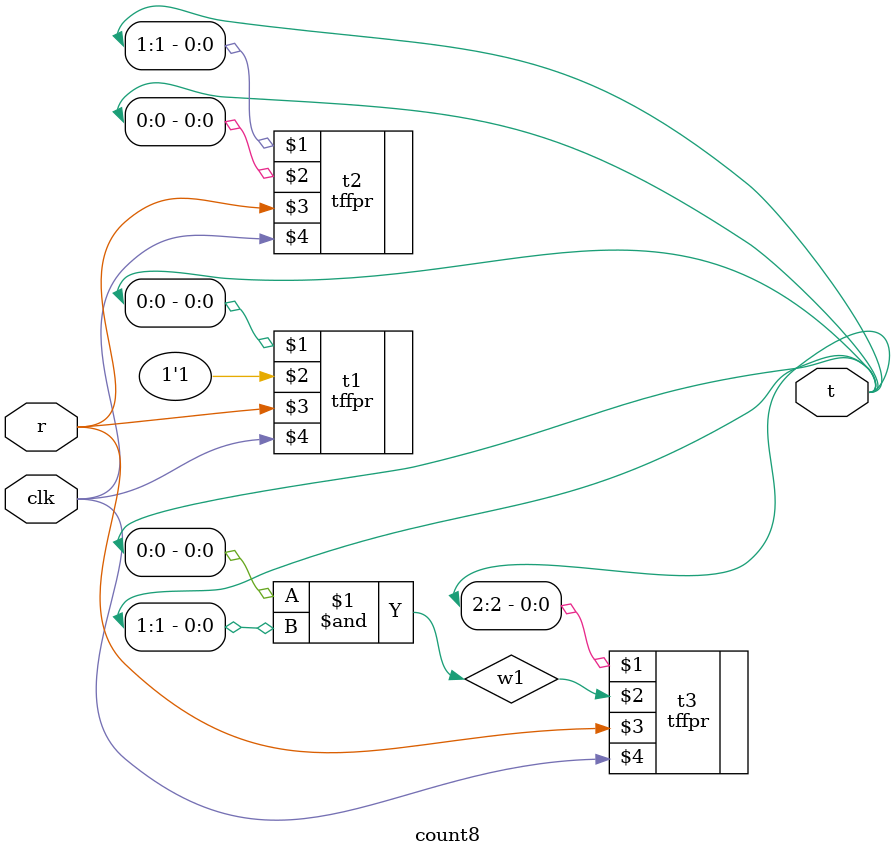
<source format=v>
module count8(t,r,clk);
  output [2:0]t;
  input r,clk;
  wire w1;
  and (w1,t[0],t[1]);
  
  tffpr t1(t[0],1'b1,r,clk);
  tffpr t2(t[1],t[0],r,clk);
  tffpr t3(t[2],w1,r,clk);
endmodule
  


</source>
